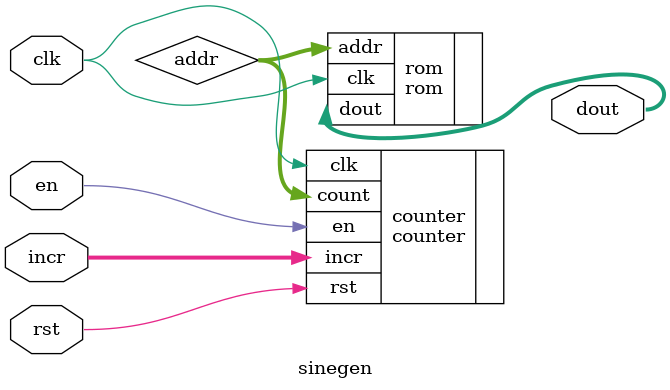
<source format=sv>
module sinegen(
    input logic [7:0] incr,
    input logic rst,
    input logic en,
    input logic clk,
    output logic [7:0] dout
);

    logic [7:0] addr;

    counter counter(
        .clk(clk),
        .rst(rst),
        .en(en),
        .incr(incr),
        .count(addr)
    );

    rom rom(
        .clk(clk),
        .addr(addr),
        .dout(dout)
    );
endmodule

</source>
